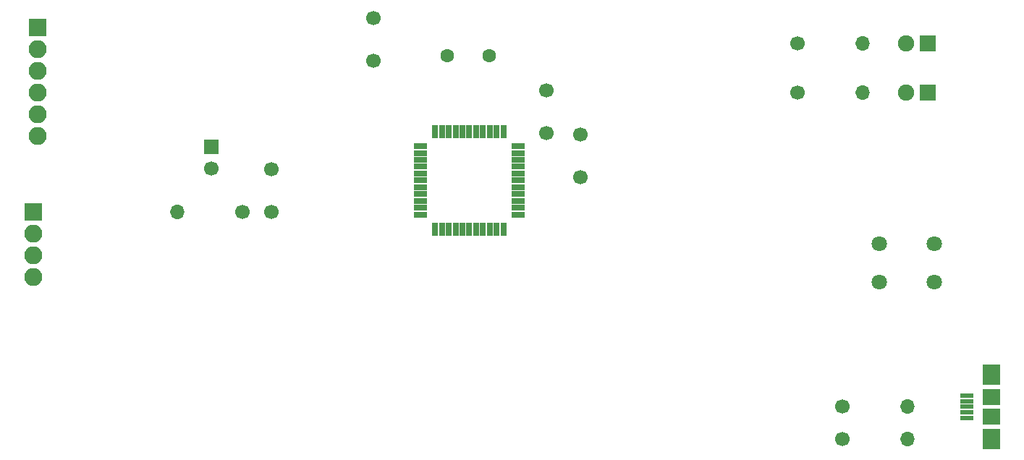
<source format=gbr>
%TF.GenerationSoftware,KiCad,Pcbnew,(5.1.6)-1*%
%TF.CreationDate,2020-10-19T15:42:45+08:00*%
%TF.ProjectId,sim,73696d2e-6b69-4636-9164-5f7063625858,rev?*%
%TF.SameCoordinates,Original*%
%TF.FileFunction,Soldermask,Bot*%
%TF.FilePolarity,Negative*%
%FSLAX46Y46*%
G04 Gerber Fmt 4.6, Leading zero omitted, Abs format (unit mm)*
G04 Created by KiCad (PCBNEW (5.1.6)-1) date 2020-10-19 15:42:45*
%MOMM*%
%LPD*%
G01*
G04 APERTURE LIST*
%ADD10C,1.800000*%
%ADD11C,1.700000*%
%ADD12R,1.600000X0.650000*%
%ADD13R,0.650000X1.600000*%
%ADD14C,1.600000*%
%ADD15R,2.000000X1.900000*%
%ADD16R,2.000000X2.400000*%
%ADD17R,1.500000X0.500000*%
%ADD18R,2.100000X2.100000*%
%ADD19O,2.100000X2.100000*%
%ADD20C,1.900000*%
%ADD21R,1.900000X1.900000*%
%ADD22R,1.700000X1.700000*%
%ADD23O,1.700000X1.700000*%
G04 APERTURE END LIST*
D10*
%TO.C,SW1*%
X161925000Y-81915000D03*
X168425000Y-81915000D03*
X161925000Y-77415000D03*
X168425000Y-77415000D03*
%TD*%
D11*
%TO.C,C2*%
X102750000Y-56000000D03*
X102750000Y-51000000D03*
%TD*%
D12*
%TO.C,U1*%
X108300000Y-74000000D03*
X108300000Y-73200000D03*
X108300000Y-72400000D03*
X108300000Y-71600000D03*
X108300000Y-70800000D03*
X108300000Y-70000000D03*
X108300000Y-69200000D03*
X108300000Y-68400000D03*
X108300000Y-67600000D03*
X108300000Y-66800000D03*
X108300000Y-66000000D03*
D13*
X110000000Y-64300000D03*
X110800000Y-64300000D03*
X111600000Y-64300000D03*
X112400000Y-64300000D03*
X113200000Y-64300000D03*
X114000000Y-64300000D03*
X114800000Y-64300000D03*
X115600000Y-64300000D03*
X116400000Y-64300000D03*
X117200000Y-64300000D03*
X118000000Y-64300000D03*
D12*
X119700000Y-66000000D03*
X119700000Y-66800000D03*
X119700000Y-67600000D03*
X119700000Y-68400000D03*
X119700000Y-69200000D03*
X119700000Y-70000000D03*
X119700000Y-70800000D03*
X119700000Y-71600000D03*
X119700000Y-72400000D03*
X119700000Y-73200000D03*
X119700000Y-74000000D03*
D13*
X118000000Y-75700000D03*
X117200000Y-75700000D03*
X116400000Y-75700000D03*
X115600000Y-75700000D03*
X114800000Y-75700000D03*
X114000000Y-75700000D03*
X113200000Y-75700000D03*
X112400000Y-75700000D03*
X111600000Y-75700000D03*
X110800000Y-75700000D03*
X110000000Y-75700000D03*
%TD*%
D14*
%TO.C,Y1*%
X116332000Y-55372000D03*
X111452000Y-55372000D03*
%TD*%
D15*
%TO.C,J1*%
X175050000Y-97650000D03*
X175050000Y-95350000D03*
D16*
X175050000Y-100250000D03*
X175050000Y-92750000D03*
D17*
X172200000Y-97800000D03*
X172200000Y-97150000D03*
X172200000Y-96500000D03*
X172200000Y-95850000D03*
X172200000Y-95200000D03*
%TD*%
D18*
%TO.C,J2*%
X63000000Y-73660000D03*
D19*
X63000000Y-76200000D03*
X63000000Y-78740000D03*
X63000000Y-81280000D03*
%TD*%
D18*
%TO.C,J3*%
X63500000Y-52070000D03*
D19*
X63500000Y-54610000D03*
X63500000Y-57150000D03*
X63500000Y-59690000D03*
X63500000Y-62230000D03*
X63500000Y-64770000D03*
%TD*%
D11*
%TO.C,C1*%
X123000000Y-59500000D03*
X123000000Y-64500000D03*
%TD*%
D20*
%TO.C,D15*%
X165100000Y-53975000D03*
D21*
X167640000Y-53975000D03*
%TD*%
%TO.C,D16*%
X167640000Y-59690000D03*
D20*
X165100000Y-59690000D03*
%TD*%
D22*
%TO.C,C3*%
X83820000Y-66080000D03*
D11*
X83820000Y-68580000D03*
%TD*%
%TO.C,C4*%
X90805000Y-68660000D03*
X90805000Y-73660000D03*
%TD*%
%TO.C,C5*%
X127000000Y-69596000D03*
X127000000Y-64596000D03*
%TD*%
%TO.C,R1*%
X157670000Y-100250000D03*
D23*
X165290000Y-100250000D03*
%TD*%
%TO.C,R2*%
X165290000Y-96500000D03*
D11*
X157670000Y-96500000D03*
%TD*%
%TO.C,R3*%
X87500000Y-73660000D03*
D23*
X79880000Y-73660000D03*
%TD*%
%TO.C,R4*%
X160020000Y-53975000D03*
D11*
X152400000Y-53975000D03*
%TD*%
%TO.C,R5*%
X152400000Y-59690000D03*
D23*
X160020000Y-59690000D03*
%TD*%
M02*

</source>
